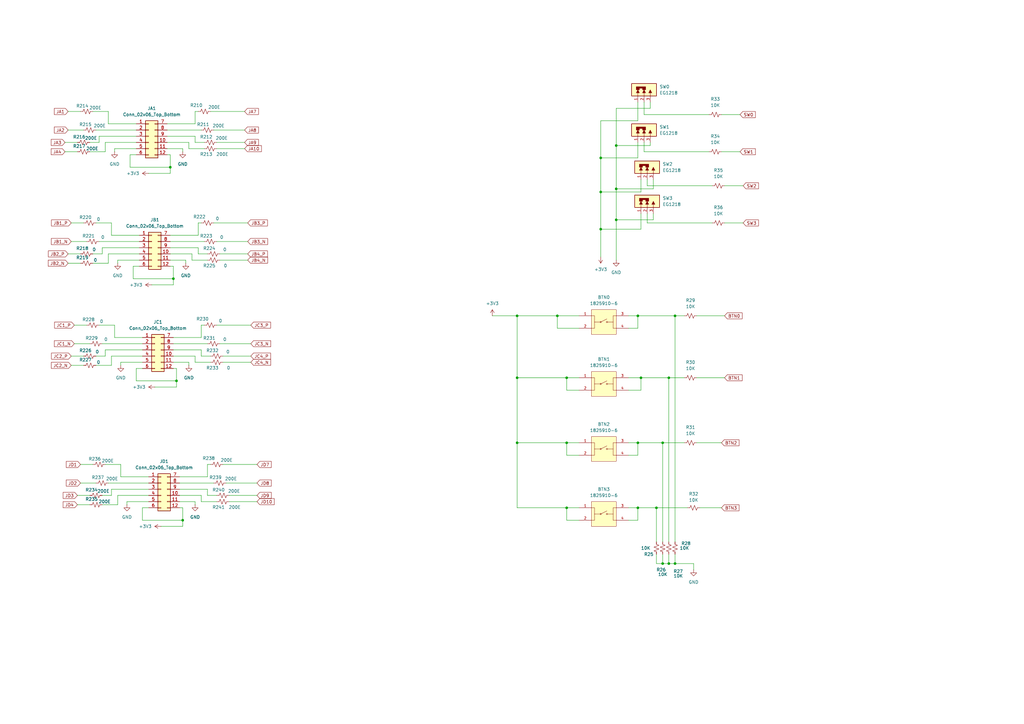
<source format=kicad_sch>
(kicad_sch (version 20250114) (generator "eeschema") (generator_version "9.0")
  (paper "A3")
  (lib_symbols
    (symbol "BTN-PUSH BUTTON:1825910-6" (pin_names (offset 1.016))
      (property "Reference" "SW" (at -5.0897 5.8532 0))
      (property "Value" "1825910-6" (at -5.0883 -7.6325 0))
      (symbol "1825910-6_0_0"
        (polyline (pts (xy -5.08 2.54) (xy -3.81 2.54)) (stroke (width 0.127)))
        (rectangle (start -5.08 -5.08) (end 5.08 5.08) (stroke (width 0.127)) (fill (type background)))
        (polyline (pts (xy -3.81 2.54) (xy -3.81 0)) (stroke (width 0.127)))
        (polyline (pts (xy -3.81 0) (xy -3.81 -2.54)) (stroke (width 0.127)))
        (polyline (pts (xy -3.81 0) (xy -1.27 0)) (stroke (width 0.127)))
        (polyline (pts (xy -3.81 -2.54) (xy -5.08 -2.54)) (stroke (width 0.127)))
        (circle (center -1.27 0) (radius 0.254) (stroke (width 0.127)))
        (polyline (pts (xy -1.27 0) (xy 1.27 1.27)) (stroke (width 0.127)))
        (polyline (pts (xy 1.27 0) (xy 3.81 0)) (stroke (width 0.127)))
        (circle (center 1.27 0) (radius 0.254) (stroke (width 0.127)))
        (polyline (pts (xy 3.81 2.54) (xy 5.08 2.54)) (stroke (width 0.127)))
        (polyline (pts (xy 3.81 0) (xy 3.81 2.54)) (stroke (width 0.127)))
        (polyline (pts (xy 3.81 0) (xy 3.81 -2.54)) (stroke (width 0.127)))
        (polyline (pts (xy 3.81 -2.54) (xy 5.08 -2.54)) (stroke (width 0.127)))
        (pin passive line (at -10.16 2.54 0) (length 5.08) (name "~") (number "1"))
        (pin passive line (at -10.16 -2.54 0) (length 5.08) (name "~") (number "2"))
        (pin passive line (at 10.16 2.54 180) (length 5.08) (name "~") (number "3"))
        (pin passive line (at 10.16 -2.54 180) (length 5.08) (name "~") (number "4"))
      )
    )
    (symbol "Connector_Generic:Conn_02x06_Top_Bottom" (pin_names (offset 1.016) (hide yes))
      (property "Reference" "J" (at 1.27 7.62 0))
      (property "Value" "Conn_02x06_Top_Bottom" (at 1.27 -10.16 0))
      (symbol "Conn_02x06_Top_Bottom_1_1"
        (rectangle (start -1.27 6.35) (end 3.81 -8.89) (stroke (width 0.254)) (fill (type background)))
        (rectangle (start -1.27 5.207) (end 0 4.953) (stroke (width 0.1524)))
        (rectangle (start -1.27 2.667) (end 0 2.413) (stroke (width 0.1524)))
        (rectangle (start -1.27 0.127) (end 0 -0.127) (stroke (width 0.1524)))
        (rectangle (start -1.27 -2.413) (end 0 -2.667) (stroke (width 0.1524)))
        (rectangle (start -1.27 -4.953) (end 0 -5.207) (stroke (width 0.1524)))
        (rectangle (start -1.27 -7.493) (end 0 -7.747) (stroke (width 0.1524)))
        (rectangle (start 3.81 5.207) (end 2.54 4.953) (stroke (width 0.1524)))
        (rectangle (start 3.81 2.667) (end 2.54 2.413) (stroke (width 0.1524)))
        (rectangle (start 3.81 0.127) (end 2.54 -0.127) (stroke (width 0.1524)))
        (rectangle (start 3.81 -2.413) (end 2.54 -2.667) (stroke (width 0.1524)))
        (rectangle (start 3.81 -4.953) (end 2.54 -5.207) (stroke (width 0.1524)))
        (rectangle (start 3.81 -7.493) (end 2.54 -7.747) (stroke (width 0.1524)))
        (pin passive line (at -5.08 5.08 0) (length 3.81) (name "Pin_1") (number "1"))
        (pin passive line (at -5.08 2.54 0) (length 3.81) (name "Pin_2") (number "2"))
        (pin passive line (at -5.08 0 0) (length 3.81) (name "Pin_3") (number "3"))
        (pin passive line (at -5.08 -2.54 0) (length 3.81) (name "Pin_4") (number "4"))
        (pin passive line (at -5.08 -5.08 0) (length 3.81) (name "Pin_5") (number "5"))
        (pin passive line (at -5.08 -7.62 0) (length 3.81) (name "Pin_6") (number "6"))
        (pin passive line (at 7.62 5.08 180) (length 3.81) (name "Pin_7") (number "7"))
        (pin passive line (at 7.62 2.54 180) (length 3.81) (name "Pin_8") (number "8"))
        (pin passive line (at 7.62 0 180) (length 3.81) (name "Pin_9") (number "9"))
        (pin passive line (at 7.62 -2.54 180) (length 3.81) (name "Pin_10") (number "10"))
        (pin passive line (at 7.62 -5.08 180) (length 3.81) (name "Pin_11") (number "11"))
        (pin passive line (at 7.62 -7.62 180) (length 3.81) (name "Pin_12") (number "12"))
      )
    )
    (symbol "Device:R_Small_US" (pin_numbers (hide yes)) (pin_names (offset 0.254) (hide yes))
      (property "Reference" "R" (at 0.762 0.508 0))
      (property "Value" "R_Small_US" (at 0.762 -1.016 0))
      (symbol "R_Small_US_1_1"
        (polyline (pts (xy 0 1.524) (xy 1.016 1.143) (xy 0 0.762) (xy -1.016 0.381) (xy 0 0)))
        (polyline (pts (xy 0 0) (xy 1.016 -0.381) (xy 0 -0.762) (xy -1.016 -1.143) (xy 0 -1.524)))
        (pin passive line (at 0 2.54 270) (length 1.016) (name "~") (number "1"))
        (pin passive line (at 0 -2.54 90) (length 1.016) (name "~") (number "2"))
      )
    )
    (symbol "EG1218_1" (pin_names (offset 1.016))
      (property "Reference" "S" (at -5.08 5.842 0))
      (property "Value" "EG1218" (at -5.08 -7.62 0))
      (symbol "EG1218_1_0_0"
        (polyline (pts (xy -2.54 2.54) (xy -1.27 2.54)) (stroke (width 0.1524)))
        (polyline (pts (xy -2.54 0) (xy -1.27 0)) (stroke (width 0.1524)))
        (polyline (pts (xy -2.54 -2.54) (xy -1.27 -2.54)) (stroke (width 0.1524)))
        (rectangle (start -2.54 -5.08) (end 2.54 5.08) (stroke (width 0.254)) (fill (type background)))
        (polyline (pts (xy -1.27 3.175) (xy -1.27 1.905) (xy 0 2.54) (xy -1.27 3.175)) (stroke (width 0.1524)) (fill (type outline)))
        (polyline (pts (xy -1.27 0.635) (xy -1.27 -0.635) (xy 0 0) (xy -1.27 0.635)) (stroke (width 0.1524)) (fill (type outline)))
        (polyline (pts (xy -1.27 -1.905) (xy -1.27 -3.175) (xy 0 -2.54) (xy -1.27 -1.905)) (stroke (width 0.1524)) (fill (type outline)))
        (polyline (pts (xy 0 1.905) (xy 0 3.175) (xy 1.27 3.175) (xy 1.27 -0.635) (xy 0 -0.635) (xy 0 0.635) (xy 0.635 0.635) (xy 0.635 1.905) (xy 0 1.905)) (stroke (width 0.1524)) (fill (type outline)))
        (pin passive line (at -5.08 2.54 0) (length 2.54) (name "~") (number "1"))
        (pin passive line (at -5.08 0 0) (length 2.54) (name "~") (number "2"))
        (pin passive line (at -5.08 -2.54 0) (length 2.54) (name "~") (number "3"))
      )
    )
    (symbol "power:+3V3" (power) (pin_numbers (hide yes)) (pin_names (offset 0) (hide yes))
      (property "Value" "+3V3" (at 0 3.556 0))
      (symbol "+3V3_0_1"
        (polyline (pts (xy -0.762 1.27) (xy 0 2.54)))
        (polyline (pts (xy 0 2.54) (xy 0.762 1.27)))
        (polyline (pts (xy 0 0) (xy 0 2.54)))
      )
      (symbol "+3V3_1_1"
        (pin power_in line (at 0 0 90) (length 0) (name "~") (number "1"))
      )
    )
    (symbol "power:GND" (power) (pin_numbers (hide yes)) (pin_names (offset 0) (hide yes))
      (property "Value" "GND" (at 0 -3.81 0))
      (symbol "GND_0_1"
        (polyline (pts (xy 0 0) (xy 0 -1.27) (xy 1.27 -1.27) (xy 0 -2.54) (xy -1.27 -1.27) (xy 0 -1.27)))
      )
      (symbol "GND_1_1"
        (pin power_in line (at 0 0 270) (length 0) (name "~") (number "1"))
      )
    )
  )
  (junction (at 262.89 154.94))
  (junction (at 274.32 154.94))
  (junction (at 276.86 231.14))
  (junction (at 269.24 208.28))
  (junction (at 246.38 78.74))
  (junction (at 71.12 114.3))
  (junction (at 72.39 156.21))
  (junction (at 212.09 181.61))
  (junction (at 274.32 231.14))
  (junction (at 246.38 93.98))
  (junction (at 252.73 59.69))
  (junction (at 261.62 208.28))
  (junction (at 252.73 90.17))
  (junction (at 271.78 181.61))
  (junction (at 232.41 181.61))
  (junction (at 271.78 231.14))
  (junction (at 232.41 154.94))
  (junction (at 261.62 181.61))
  (junction (at 212.09 154.94))
  (junction (at 246.38 64.77))
  (junction (at 276.86 129.54))
  (junction (at 69.85 68.58))
  (junction (at 212.09 129.54))
  (junction (at 74.93 213.36))
  (junction (at 252.73 77.47))
  (junction (at 228.6 129.54))
  (junction (at 261.62 129.54))
  (junction (at 232.41 208.28))
  (wire (pts (xy 68.58 58.42) (xy 77.47 58.42)))
  (wire (pts (xy 46.99 138.43) (xy 46.99 133.35)))
  (wire (pts (xy 85.09 190.5) (xy 85.09 195.58)))
  (wire (pts (xy 232.41 154.94) (xy 237.49 154.94)))
  (wire (pts (xy 212.09 181.61) (xy 212.09 208.28)))
  (wire (pts (xy 246.38 78.74) (xy 246.38 93.98)))
  (wire (pts (xy 212.09 129.54) (xy 228.6 129.54)))
  (wire (pts (xy 58.42 138.43) (xy 46.99 138.43)))
  (wire (pts (xy 88.9 99.06) (xy 101.6 99.06)))
  (wire (pts (xy 285.75 129.54) (xy 297.18 129.54)))
  (wire (pts (xy 68.58 63.5) (xy 69.85 63.5)))
  (wire (pts (xy 71.12 151.13) (xy 72.39 151.13)))
  (wire (pts (xy 262.89 73.66) (xy 262.89 78.74)))
  (wire (pts (xy 43.18 58.42) (xy 43.18 62.23)))
  (wire (pts (xy 212.09 154.94) (xy 212.09 181.61)))
  (wire (pts (xy 80.01 45.72) (xy 81.28 45.72)))
  (wire (pts (xy 246.38 49.53) (xy 246.38 64.77)))
  (wire (pts (xy 261.62 208.28) (xy 269.24 208.28)))
  (wire (pts (xy 269.24 231.14) (xy 271.78 231.14)))
  (wire (pts (xy 49.53 195.58) (xy 49.53 190.5)))
  (wire (pts (xy 91.44 148.59) (xy 102.87 148.59)))
  (wire (pts (xy 57.15 104.14) (xy 44.45 104.14)))
  (wire (pts (xy 81.28 101.6) (xy 81.28 104.14)))
  (wire (pts (xy 271.78 227.33) (xy 271.78 231.14)))
  (wire (pts (xy 265.43 76.2) (xy 292.1 76.2)))
  (wire (pts (xy 212.09 154.94) (xy 212.09 129.54)))
  (wire (pts (xy 30.48 140.97) (xy 36.83 140.97)))
  (wire (pts (xy 69.85 106.68) (xy 76.2 106.68)))
  (wire (pts (xy 57.15 106.68) (xy 48.26 106.68)))
  (wire (pts (xy 29.21 146.05) (xy 34.29 146.05)))
  (wire (pts (xy 33.02 198.12) (xy 39.37 198.12)))
  (wire (pts (xy 43.18 190.5) (xy 49.53 190.5)))
  (wire (pts (xy 29.21 91.44) (xy 34.29 91.44)))
  (wire (pts (xy 46.99 60.96) (xy 46.99 62.23)))
  (wire (pts (xy 63.5 158.75) (xy 72.39 158.75)))
  (wire (pts (xy 232.41 181.61) (xy 237.49 181.61)))
  (wire (pts (xy 262.89 154.94) (xy 274.32 154.94)))
  (wire (pts (xy 74.93 213.36) (xy 74.93 215.9)))
  (wire (pts (xy 60.96 203.2) (xy 48.26 203.2)))
  (wire (pts (xy 274.32 227.33) (xy 274.32 231.14)))
  (wire (pts (xy 69.85 104.14) (xy 78.74 104.14)))
  (wire (pts (xy 267.97 87.63) (xy 267.97 90.17)))
  (wire (pts (xy 55.88 156.21) (xy 72.39 156.21)))
  (wire (pts (xy 246.38 49.53) (xy 261.62 49.53)))
  (wire (pts (xy 41.91 101.6) (xy 41.91 104.14)))
  (wire (pts (xy 237.49 186.69) (xy 232.41 186.69)))
  (wire (pts (xy 262.89 154.94) (xy 262.89 160.02)))
  (wire (pts (xy 257.81 129.54) (xy 261.62 129.54)))
  (wire (pts (xy 44.45 198.12) (xy 60.96 198.12)))
  (wire (pts (xy 80.01 205.74) (xy 80.01 207.01)))
  (wire (pts (xy 237.49 134.62) (xy 228.6 134.62)))
  (wire (pts (xy 40.64 99.06) (xy 57.15 99.06)))
  (wire (pts (xy 45.72 200.66) (xy 45.72 203.2)))
  (wire (pts (xy 71.12 140.97) (xy 85.09 140.97)))
  (wire (pts (xy 58.42 208.28) (xy 58.42 213.36)))
  (wire (pts (xy 252.73 59.69) (xy 266.7 59.69)))
  (wire (pts (xy 246.38 78.74) (xy 262.89 78.74)))
  (wire (pts (xy 71.12 109.22) (xy 71.12 114.3)))
  (wire (pts (xy 91.44 190.5) (xy 105.41 190.5)))
  (wire (pts (xy 295.91 46.99) (xy 303.53 46.99)))
  (wire (pts (xy 271.78 181.61) (xy 280.67 181.61)))
  (wire (pts (xy 69.85 101.6) (xy 81.28 101.6)))
  (wire (pts (xy 284.48 231.14) (xy 284.48 233.68)))
  (wire (pts (xy 33.02 190.5) (xy 38.1 190.5)))
  (wire (pts (xy 44.45 50.8) (xy 44.45 45.72)))
  (wire (pts (xy 297.18 91.44) (xy 304.8 91.44)))
  (wire (pts (xy 39.37 53.34) (xy 55.88 53.34)))
  (wire (pts (xy 246.38 64.77) (xy 246.38 78.74)))
  (wire (pts (xy 201.93 129.54) (xy 212.09 129.54)))
  (wire (pts (xy 38.1 107.95) (xy 44.45 107.95)))
  (wire (pts (xy 53.34 63.5) (xy 53.34 68.58)))
  (wire (pts (xy 246.38 64.77) (xy 261.62 64.77)))
  (wire (pts (xy 274.32 231.14) (xy 276.86 231.14)))
  (wire (pts (xy 261.62 181.61) (xy 271.78 181.61)))
  (wire (pts (xy 74.93 60.96) (xy 74.93 62.23)))
  (wire (pts (xy 266.7 41.91) (xy 266.7 44.45)))
  (wire (pts (xy 265.43 91.44) (xy 292.1 91.44)))
  (wire (pts (xy 87.63 53.34) (xy 100.33 53.34)))
  (wire (pts (xy 80.01 146.05) (xy 80.01 148.59)))
  (wire (pts (xy 81.28 91.44) (xy 82.55 91.44)))
  (wire (pts (xy 90.17 140.97) (xy 102.87 140.97)))
  (wire (pts (xy 86.36 45.72) (xy 100.33 45.72)))
  (wire (pts (xy 257.81 134.62) (xy 261.62 134.62)))
  (wire (pts (xy 232.41 208.28) (xy 237.49 208.28)))
  (wire (pts (xy 88.9 58.42) (xy 100.33 58.42)))
  (wire (pts (xy 55.88 151.13) (xy 55.88 156.21)))
  (wire (pts (xy 41.91 140.97) (xy 58.42 140.97)))
  (wire (pts (xy 68.58 53.34) (xy 82.55 53.34)))
  (wire (pts (xy 55.88 50.8) (xy 44.45 50.8)))
  (wire (pts (xy 261.62 208.28) (xy 261.62 213.36)))
  (wire (pts (xy 285.75 181.61) (xy 295.91 181.61)))
  (wire (pts (xy 276.86 129.54) (xy 280.67 129.54)))
  (wire (pts (xy 269.24 222.25) (xy 269.24 208.28)))
  (wire (pts (xy 81.28 104.14) (xy 85.09 104.14)))
  (wire (pts (xy 85.09 203.2) (xy 88.9 203.2)))
  (wire (pts (xy 60.96 71.12) (xy 69.85 71.12)))
  (wire (pts (xy 39.37 149.86) (xy 45.72 149.86)))
  (wire (pts (xy 71.12 143.51) (xy 82.55 143.51)))
  (wire (pts (xy 53.34 68.58) (xy 69.85 68.58)))
  (wire (pts (xy 257.81 181.61) (xy 261.62 181.61)))
  (wire (pts (xy 237.49 160.02) (xy 232.41 160.02)))
  (wire (pts (xy 232.41 181.61) (xy 232.41 186.69)))
  (wire (pts (xy 38.1 104.14) (xy 41.91 104.14)))
  (wire (pts (xy 69.85 63.5) (xy 69.85 68.58)))
  (wire (pts (xy 82.55 133.35) (xy 83.82 133.35)))
  (wire (pts (xy 252.73 77.47) (xy 252.73 90.17)))
  (wire (pts (xy 237.49 213.36) (xy 232.41 213.36)))
  (wire (pts (xy 93.98 205.74) (xy 105.41 205.74)))
  (wire (pts (xy 82.55 143.51) (xy 82.55 146.05)))
  (wire (pts (xy 68.58 55.88) (xy 80.01 55.88)))
  (wire (pts (xy 55.88 63.5) (xy 53.34 63.5)))
  (wire (pts (xy 49.53 148.59) (xy 49.53 149.86)))
  (wire (pts (xy 39.37 91.44) (xy 45.72 91.44)))
  (wire (pts (xy 36.83 62.23) (xy 43.18 62.23)))
  (wire (pts (xy 88.9 60.96) (xy 100.33 60.96)))
  (wire (pts (xy 261.62 58.42) (xy 261.62 64.77)))
  (wire (pts (xy 265.43 73.66) (xy 265.43 76.2)))
  (wire (pts (xy 77.47 148.59) (xy 77.47 149.86)))
  (wire (pts (xy 43.18 143.51) (xy 43.18 146.05)))
  (wire (pts (xy 39.37 146.05) (xy 43.18 146.05)))
  (wire (pts (xy 44.45 104.14) (xy 44.45 107.95)))
  (wire (pts (xy 77.47 60.96) (xy 83.82 60.96)))
  (wire (pts (xy 267.97 90.17) (xy 252.73 90.17)))
  (wire (pts (xy 29.21 99.06) (xy 35.56 99.06)))
  (wire (pts (xy 274.32 154.94) (xy 280.67 154.94)))
  (wire (pts (xy 72.39 156.21) (xy 72.39 158.75)))
  (wire (pts (xy 85.09 190.5) (xy 86.36 190.5)))
  (wire (pts (xy 69.85 109.22) (xy 71.12 109.22)))
  (wire (pts (xy 261.62 129.54) (xy 261.62 134.62)))
  (wire (pts (xy 257.81 160.02) (xy 262.89 160.02)))
  (wire (pts (xy 73.66 198.12) (xy 87.63 198.12)))
  (wire (pts (xy 85.09 200.66) (xy 85.09 203.2)))
  (wire (pts (xy 54.61 109.22) (xy 54.61 114.3)))
  (wire (pts (xy 228.6 129.54) (xy 237.49 129.54)))
  (wire (pts (xy 48.26 106.68) (xy 48.26 107.95)))
  (wire (pts (xy 267.97 73.66) (xy 267.97 77.47)))
  (wire (pts (xy 54.61 114.3) (xy 71.12 114.3)))
  (wire (pts (xy 261.62 41.91) (xy 261.62 49.53)))
  (wire (pts (xy 76.2 106.68) (xy 76.2 107.95)))
  (wire (pts (xy 71.12 148.59) (xy 77.47 148.59)))
  (wire (pts (xy 257.81 208.28) (xy 261.62 208.28)))
  (wire (pts (xy 262.89 87.63) (xy 262.89 93.98)))
  (wire (pts (xy 93.98 203.2) (xy 105.41 203.2)))
  (wire (pts (xy 58.42 148.59) (xy 49.53 148.59)))
  (wire (pts (xy 48.26 203.2) (xy 48.26 207.01)))
  (wire (pts (xy 27.94 107.95) (xy 33.02 107.95)))
  (wire (pts (xy 71.12 146.05) (xy 80.01 146.05)))
  (wire (pts (xy 45.72 146.05) (xy 45.72 149.86)))
  (wire (pts (xy 41.91 203.2) (xy 45.72 203.2)))
  (wire (pts (xy 285.75 154.94) (xy 297.18 154.94)))
  (wire (pts (xy 69.85 99.06) (xy 83.82 99.06)))
  (wire (pts (xy 27.94 104.14) (xy 33.02 104.14)))
  (wire (pts (xy 80.01 58.42) (xy 83.82 58.42)))
  (wire (pts (xy 72.39 151.13) (xy 72.39 156.21)))
  (wire (pts (xy 90.17 104.14) (xy 101.6 104.14)))
  (wire (pts (xy 27.94 45.72) (xy 33.02 45.72)))
  (wire (pts (xy 266.7 58.42) (xy 266.7 59.69)))
  (wire (pts (xy 212.09 208.28) (xy 232.41 208.28)))
  (wire (pts (xy 82.55 146.05) (xy 86.36 146.05)))
  (wire (pts (xy 297.18 76.2) (xy 304.8 76.2)))
  (wire (pts (xy 228.6 134.62) (xy 228.6 129.54)))
  (wire (pts (xy 257.81 213.36) (xy 261.62 213.36)))
  (wire (pts (xy 40.64 55.88) (xy 40.64 58.42)))
  (wire (pts (xy 81.28 96.52) (xy 69.85 96.52)))
  (wire (pts (xy 40.64 133.35) (xy 46.99 133.35)))
  (wire (pts (xy 68.58 60.96) (xy 74.93 60.96)))
  (wire (pts (xy 57.15 101.6) (xy 41.91 101.6)))
  (wire (pts (xy 38.1 45.72) (xy 44.45 45.72)))
  (wire (pts (xy 77.47 58.42) (xy 77.47 60.96)))
  (wire (pts (xy 78.74 104.14) (xy 78.74 106.68)))
  (wire (pts (xy 264.16 58.42) (xy 264.16 62.23)))
  (wire (pts (xy 27.94 53.34) (xy 34.29 53.34)))
  (wire (pts (xy 58.42 213.36) (xy 74.93 213.36)))
  (wire (pts (xy 36.83 58.42) (xy 40.64 58.42)))
  (wire (pts (xy 78.74 106.68) (xy 85.09 106.68)))
  (wire (pts (xy 276.86 222.25) (xy 276.86 129.54)))
  (wire (pts (xy 41.91 207.01) (xy 48.26 207.01)))
  (wire (pts (xy 60.96 205.74) (xy 52.07 205.74)))
  (wire (pts (xy 66.04 215.9) (xy 74.93 215.9)))
  (wire (pts (xy 71.12 114.3) (xy 71.12 116.84)))
  (wire (pts (xy 31.75 207.01) (xy 36.83 207.01)))
  (wire (pts (xy 252.73 59.69) (xy 252.73 77.47)))
  (wire (pts (xy 276.86 231.14) (xy 284.48 231.14)))
  (wire (pts (xy 212.09 181.61) (xy 232.41 181.61)))
  (wire (pts (xy 212.09 154.94) (xy 232.41 154.94)))
  (wire (pts (xy 55.88 55.88) (xy 40.64 55.88)))
  (wire (pts (xy 29.21 149.86) (xy 34.29 149.86)))
  (wire (pts (xy 45.72 96.52) (xy 45.72 91.44)))
  (wire (pts (xy 276.86 227.33) (xy 276.86 231.14)))
  (wire (pts (xy 73.66 208.28) (xy 74.93 208.28)))
  (wire (pts (xy 295.91 62.23) (xy 303.53 62.23)))
  (wire (pts (xy 80.01 55.88) (xy 80.01 58.42)))
  (wire (pts (xy 81.28 91.44) (xy 81.28 96.52)))
  (wire (pts (xy 55.88 60.96) (xy 46.99 60.96)))
  (wire (pts (xy 26.67 62.23) (xy 31.75 62.23)))
  (wire (pts (xy 264.16 41.91) (xy 264.16 46.99)))
  (wire (pts (xy 246.38 93.98) (xy 262.89 93.98)))
  (wire (pts (xy 271.78 231.14) (xy 274.32 231.14)))
  (wire (pts (xy 246.38 93.98) (xy 246.38 105.41)))
  (wire (pts (xy 88.9 133.35) (xy 102.87 133.35)))
  (wire (pts (xy 58.42 151.13) (xy 55.88 151.13)))
  (wire (pts (xy 80.01 50.8) (xy 68.58 50.8)))
  (wire (pts (xy 26.67 58.42) (xy 31.75 58.42)))
  (wire (pts (xy 80.01 148.59) (xy 86.36 148.59)))
  (wire (pts (xy 82.55 138.43) (xy 71.12 138.43)))
  (wire (pts (xy 252.73 90.17) (xy 252.73 106.68)))
  (wire (pts (xy 82.55 205.74) (xy 88.9 205.74)))
  (wire (pts (xy 55.88 58.42) (xy 43.18 58.42)))
  (wire (pts (xy 87.63 91.44) (xy 101.6 91.44)))
  (wire (pts (xy 73.66 203.2) (xy 82.55 203.2)))
  (wire (pts (xy 60.96 208.28) (xy 58.42 208.28)))
  (wire (pts (xy 82.55 133.35) (xy 82.55 138.43)))
  (wire (pts (xy 92.71 198.12) (xy 105.41 198.12)))
  (wire (pts (xy 52.07 205.74) (xy 52.07 207.01)))
  (wire (pts (xy 252.73 44.45) (xy 252.73 59.69)))
  (wire (pts (xy 232.41 160.02) (xy 232.41 154.94)))
  (wire (pts (xy 31.75 203.2) (xy 36.83 203.2)))
  (wire (pts (xy 269.24 227.33) (xy 269.24 231.14)))
  (wire (pts (xy 60.96 200.66) (xy 45.72 200.66)))
  (wire (pts (xy 62.23 116.84) (xy 71.12 116.84)))
  (wire (pts (xy 80.01 45.72) (xy 80.01 50.8)))
  (wire (pts (xy 58.42 146.05) (xy 45.72 146.05)))
  (wire (pts (xy 30.48 133.35) (xy 35.56 133.35)))
  (wire (pts (xy 74.93 208.28) (xy 74.93 213.36)))
  (wire (pts (xy 58.42 143.51) (xy 43.18 143.51)))
  (wire (pts (xy 261.62 129.54) (xy 276.86 129.54)))
  (wire (pts (xy 57.15 96.52) (xy 45.72 96.52)))
  (wire (pts (xy 60.96 195.58) (xy 49.53 195.58)))
  (wire (pts (xy 73.66 200.66) (xy 85.09 200.66)))
  (wire (pts (xy 91.44 146.05) (xy 102.87 146.05)))
  (wire (pts (xy 267.97 77.47) (xy 252.73 77.47)))
  (wire (pts (xy 264.16 46.99) (xy 290.83 46.99)))
  (wire (pts (xy 274.32 222.25) (xy 274.32 154.94)))
  (wire (pts (xy 57.15 109.22) (xy 54.61 109.22)))
  (wire (pts (xy 252.73 44.45) (xy 266.7 44.45)))
  (wire (pts (xy 271.78 222.25) (xy 271.78 181.61)))
  (wire (pts (xy 257.81 186.69) (xy 261.62 186.69)))
  (wire (pts (xy 73.66 205.74) (xy 80.01 205.74)))
  (wire (pts (xy 69.85 68.58) (xy 69.85 71.12)))
  (wire (pts (xy 269.24 208.28) (xy 281.94 208.28)))
  (wire (pts (xy 257.81 154.94) (xy 262.89 154.94)))
  (wire (pts (xy 287.02 208.28) (xy 295.91 208.28)))
  (wire (pts (xy 85.09 195.58) (xy 73.66 195.58)))
  (wire (pts (xy 264.16 62.23) (xy 290.83 62.23)))
  (wire (pts (xy 232.41 208.28) (xy 232.41 213.36)))
  (wire (pts (xy 82.55 203.2) (xy 82.55 205.74)))
  (wire (pts (xy 90.17 106.68) (xy 101.6 106.68)))
  (wire (pts (xy 261.62 181.61) (xy 261.62 186.69)))
  (wire (pts (xy 265.43 87.63) (xy 265.43 91.44)))
  (global_label "JC1_P" (shape input) (at 30.48 133.35 180) (property "Intersheetrefs" "${INTERSHEET_REFS}" (effects (hide yes))))
  (global_label "BTN2" (shape input) (at 295.91 181.61 0) (property "Intersheetrefs" "${INTERSHEET_REFS}" (effects (hide yes))))
  (global_label "JA10" (shape input) (at 100.33 60.96 0) (property "Intersheetrefs" "${INTERSHEET_REFS}" (effects (hide yes))))
  (global_label "BTN3" (shape input) (at 295.91 208.28 0) (property "Intersheetrefs" "${INTERSHEET_REFS}" (effects (hide yes))))
  (global_label "SW3" (shape input) (at 304.8 91.44 0) (property "Intersheetrefs" "${INTERSHEET_REFS}" (effects (hide yes))))
  (global_label "JB1_P" (shape input) (at 29.21 91.44 180) (property "Intersheetrefs" "${INTERSHEET_REFS}" (effects (hide yes))))
  (global_label "JC1_N" (shape input) (at 30.48 140.97 180) (property "Intersheetrefs" "${INTERSHEET_REFS}" (effects (hide yes))))
  (global_label "JA1" (shape input) (at 27.94 45.72 180) (property "Intersheetrefs" "${INTERSHEET_REFS}" (effects (hide yes))))
  (global_label "JB2_N" (shape input) (at 27.94 107.95 180) (property "Intersheetrefs" "${INTERSHEET_REFS}" (effects (hide yes))))
  (global_label "JD2" (shape input) (at 33.02 198.12 180) (property "Intersheetrefs" "${INTERSHEET_REFS}" (effects (hide yes))))
  (global_label "JD3" (shape input) (at 31.75 203.2 180) (property "Intersheetrefs" "${INTERSHEET_REFS}" (effects (hide yes))))
  (global_label "JC3_P" (shape input) (at 102.87 133.35 0) (property "Intersheetrefs" "${INTERSHEET_REFS}" (effects (hide yes))))
  (global_label "JD7" (shape input) (at 105.41 190.5 0) (property "Intersheetrefs" "${INTERSHEET_REFS}" (effects (hide yes))))
  (global_label "JC4_P" (shape input) (at 102.87 146.05 0) (property "Intersheetrefs" "${INTERSHEET_REFS}" (effects (hide yes))))
  (global_label "JB4_P" (shape input) (at 101.6 104.14 0) (property "Intersheetrefs" "${INTERSHEET_REFS}" (effects (hide yes))))
  (global_label "JD1" (shape input) (at 33.02 190.5 180) (property "Intersheetrefs" "${INTERSHEET_REFS}" (effects (hide yes))))
  (global_label "JD9" (shape input) (at 105.41 203.2 0) (property "Intersheetrefs" "${INTERSHEET_REFS}" (effects (hide yes))))
  (global_label "JB3_P" (shape input) (at 101.6 91.44 0) (property "Intersheetrefs" "${INTERSHEET_REFS}" (effects (hide yes))))
  (global_label "JD10" (shape input) (at 105.41 205.74 0) (property "Intersheetrefs" "${INTERSHEET_REFS}" (effects (hide yes))))
  (global_label "JB3_N" (shape input) (at 101.6 99.06 0) (property "Intersheetrefs" "${INTERSHEET_REFS}" (effects (hide yes))))
  (global_label "JA3" (shape input) (at 26.67 58.42 180) (property "Intersheetrefs" "${INTERSHEET_REFS}" (effects (hide yes))))
  (global_label "BTN1" (shape input) (at 297.18 154.94 0) (property "Intersheetrefs" "${INTERSHEET_REFS}" (effects (hide yes))))
  (global_label "JC2_N" (shape input) (at 29.21 149.86 180) (property "Intersheetrefs" "${INTERSHEET_REFS}" (effects (hide yes))))
  (global_label "BTN0" (shape input) (at 297.18 129.54 0) (property "Intersheetrefs" "${INTERSHEET_REFS}" (effects (hide yes))))
  (global_label "JD8" (shape input) (at 105.41 198.12 0) (property "Intersheetrefs" "${INTERSHEET_REFS}" (effects (hide yes))))
  (global_label "JA9" (shape input) (at 100.33 58.42 0) (property "Intersheetrefs" "${INTERSHEET_REFS}" (effects (hide yes))))
  (global_label "JD4" (shape input) (at 31.75 207.01 180) (property "Intersheetrefs" "${INTERSHEET_REFS}" (effects (hide yes))))
  (global_label "JB1_N" (shape input) (at 29.21 99.06 180) (property "Intersheetrefs" "${INTERSHEET_REFS}" (effects (hide yes))))
  (global_label "JC2_P" (shape input) (at 29.21 146.05 180) (property "Intersheetrefs" "${INTERSHEET_REFS}" (effects (hide yes))))
  (global_label "SW2" (shape input) (at 304.8 76.2 0) (property "Intersheetrefs" "${INTERSHEET_REFS}" (effects (hide yes))))
  (global_label "JB2_P" (shape input) (at 27.94 104.14 180) (property "Intersheetrefs" "${INTERSHEET_REFS}" (effects (hide yes))))
  (global_label "JA2" (shape input) (at 27.94 53.34 180) (property "Intersheetrefs" "${INTERSHEET_REFS}" (effects (hide yes))))
  (global_label "JC4_N" (shape input) (at 102.87 148.59 0) (property "Intersheetrefs" "${INTERSHEET_REFS}" (effects (hide yes))))
  (global_label "JA8" (shape input) (at 100.33 53.34 0) (property "Intersheetrefs" "${INTERSHEET_REFS}" (effects (hide yes))))
  (global_label "JA4" (shape input) (at 26.67 62.23 180) (property "Intersheetrefs" "${INTERSHEET_REFS}" (effects (hide yes))))
  (global_label "JB4_N" (shape input) (at 101.6 106.68 0) (property "Intersheetrefs" "${INTERSHEET_REFS}" (effects (hide yes))))
  (global_label "SW0" (shape input) (at 303.53 46.99 0) (property "Intersheetrefs" "${INTERSHEET_REFS}" (effects (hide yes))))
  (global_label "JC3_N" (shape input) (at 102.87 140.97 0) (property "Intersheetrefs" "${INTERSHEET_REFS}" (effects (hide yes))))
  (global_label "JA7" (shape input) (at 100.33 45.72 0) (property "Intersheetrefs" "${INTERSHEET_REFS}" (effects (hide yes))))
  (global_label "SW1" (shape input) (at 303.53 62.23 0) (property "Intersheetrefs" "${INTERSHEET_REFS}" (effects (hide yes))))
  (symbol (lib_id "Device:R_Small_US") (at 35.56 107.95 90) (unit 1)
    (property "Reference" "R219" (at 33.782 105.664 90))
    (property "Value" "0" (at 39.116 106.68 90))
    (property "Footprint" "Resistor_SMD:R_0402_1005Metric" (effects (hide yes)))
    (property "Description" "Resistor, small US symbol" (effects (hide yes)))
  )
  (symbol (lib_id "power:GND") (at 76.2 107.95 0) (unit 1)
    (property "Reference" "#PWR0167" (effects (hide yes)))
    (property "Value" "GND" (at 76.2 113.03 0))
    (property "Description" "Power symbol creates a global label with name \"GND\" , ground" (effects (hide yes)))
  )
  (symbol (lib_id "Connector_Generic:Conn_02x06_Top_Bottom") (at 66.04 200.66 0) (unit 1)
    (property "Reference" "JD1" (at 67.31 189.23 0))
    (property "Value" "Conn_02x06_Top_Bottom" (at 67.31 191.77 0))
    (property "Footprint" "Connector_PinSocket_2.54mm:PinSocket_2x06_P2.54mm_Horizontal" (effects (hide yes)))
    (property "Description" "Generic connector, double row, 02x06, top/bottom pin numbering scheme (row 1: 1...pins_per_row, row2: pins_per_row+1 ... num_pins), script generated (kicad-library-utils/schlib/autogen/connector/)" (effects (hide yes)))
  )
  (symbol (lib_id "Device:R_Small_US") (at 294.64 91.44 90) (unit 1)
    (property "Reference" "R36" (at 294.64 85.09 90))
    (property "Value" "10K" (at 294.64 87.63 90))
    (property "Footprint" "Resistor_SMD:R_0805_2012Metric" (effects (hide yes)))
  )
  (symbol (lib_id "Device:R_Small_US") (at 86.36 60.96 90) (unit 1)
    (property "Reference" "R213" (at 84.582 63.246 90))
    (property "Value" "200E" (at 91.186 63.246 90))
    (property "Footprint" "Resistor_SMD:R_0402_1005Metric" (effects (hide yes)))
    (property "Description" "Resistor, small US symbol" (effects (hide yes)))
  )
  (symbol (lib_id "power:GND") (at 48.26 107.95 0) (unit 1)
    (property "Reference" "#PWR0165" (effects (hide yes)))
    (property "Value" "GND" (at 48.26 113.03 0))
    (property "Description" "Power symbol creates a global label with name \"GND\" , ground" (effects (hide yes)))
  )
  (symbol (lib_name "EG1218_1") (lib_id "EG1218:EG1218") (at 264.16 36.83 90) (unit 1)
    (property "Reference" "SW0" (at 270.51 35.5599 90) (effects (justify right)))
    (property "Value" "EG1218" (at 270.51 38.0999 90) (effects (justify right)))
    (property "Footprint" "EG1218:SW_EG1218" (effects (hide yes)))
    (property "MF" "E-Switch" (effects (hide yes)))
    (property "DESCRIPTION" "Slide Switch SPDT Through Hole" (effects (hide yes)))
    (property "PACKAGE" "None" (effects (hide yes)))
    (property "PRICE" "None" (effects (hide yes)))
    (property "Package" "None" (effects (hide yes)))
    (property "Check_prices" "https://www.snapeda.com/parts/EG1218/E-Switch/view-part/?ref=eda" (effects (hide yes)))
    (property "Price" "None" (effects (hide yes)))
    (property "SnapEDA_Link" "https://www.snapeda.com/parts/EG1218/E-Switch/view-part/?ref=snap" (effects (hide yes)))
    (property "MP" "EG1218" (effects (hide yes)))
    (property "Description_1" "Slide Switch, EG Series, SPDT, Non-Shorting, ON-ON, 200mA DC, 30VDC, PC Pin | E-Switch EG1218" (effects (hide yes)))
    (property "Availability" "In Stock" (effects (hide yes)))
    (property "AVAILABILITY" "In Stock" (effects (hide yes)))
    (property "PURCHASE-URL" "https://pricing.snapeda.com/search/part/EG1218/?ref=eda" (effects (hide yes)))
  )
  (symbol (lib_id "Device:R_Small_US") (at 36.83 53.34 90) (unit 1)
    (property "Reference" "R215" (at 35.052 51.054 90))
    (property "Value" "200E" (at 40.894 51.562 90))
    (property "Footprint" "Resistor_SMD:R_0402_1005Metric" (effects (hide yes)))
    (property "Description" "Resistor, small US symbol" (effects (hide yes)))
  )
  (symbol (lib_id "Device:R_Small_US") (at 276.86 224.79 180) (unit 1)
    (property "Reference" "R28" (at 279.4 222.885 0) (effects (justify right)))
    (property "Value" "10K" (at 278.765 224.79 0) (effects (justify right)))
    (property "Footprint" "Resistor_SMD:R_0805_2012Metric" (effects (hide yes)))
  )
  (symbol (lib_id "Device:R_Small_US") (at 269.24 224.79 180) (unit 1)
    (property "Reference" "R25" (at 264.16 227.33 0) (effects (justify right)))
    (property "Value" "10K" (at 262.89 224.79 0) (effects (justify right)))
    (property "Footprint" "Resistor_SMD:R_0805_2012Metric" (effects (hide yes)))
  )
  (symbol (lib_id "Device:R_Small_US") (at 86.36 58.42 90) (unit 1)
    (property "Reference" "R212" (at 84.582 56.134 90))
    (property "Value" "200E" (at 90.932 56.642 90))
    (property "Footprint" "Resistor_SMD:R_0402_1005Metric" (effects (hide yes)))
    (property "Description" "Resistor, small US symbol" (effects (hide yes)))
  )
  (symbol (lib_id "BTN-PUSH BUTTON:1825910-6") (at 247.65 184.15 0) (unit 1)
    (property "Reference" "BTN2" (at 247.65 173.99 0))
    (property "Value" "1825910-6" (at 247.65 176.53 0))
    (property "Footprint" "BTN-PUSH:SW_1825910-6-4" (effects (hide yes)))
    (property "Comment" "1825910-6" (effects (hide yes)))
    (property "MF" "TE Connectivity" (effects (hide yes)))
    (property "Description_1" "Switch Push Button OFF (ON) SPST Round Button 0.05A 24VDC Momentary Contact PC Pins Thru-Hole" (effects (hide yes)))
    (property "Package" "None" (effects (hide yes)))
    (property "Price" "None" (effects (hide yes)))
    (property "Check_prices" "https://www.snapeda.com/parts/1825910-6/TE+Connectivity+ALCOSWITCH+Switches/view-part/?ref=eda" (effects (hide yes)))
    (property "STANDARD" "Manufacturer Recommendations" (effects (hide yes)))
    (property "PARTREV" "C10" (effects (hide yes)))
    (property "SnapEDA_Link" "https://www.snapeda.com/parts/1825910-6/TE+Connectivity+ALCOSWITCH+Switches/view-part/?ref=snap" (effects (hide yes)))
    (property "MP" "1825910-6" (effects (hide yes)))
    (property "Availability" "In Stock" (effects (hide yes)))
    (property "MANUFACTURER" "TE CONNECTIVITY" (effects (hide yes)))
  )
  (symbol (lib_name "EG1218_1") (lib_id "EG1218:EG1218") (at 265.43 68.58 90) (unit 1)
    (property "Reference" "SW2" (at 271.78 67.3099 90) (effects (justify right)))
    (property "Value" "EG1218" (at 271.78 69.8499 90) (effects (justify right)))
    (property "Footprint" "EG1218:SW_EG1218" (effects (hide yes)))
    (property "MF" "E-Switch" (effects (hide yes)))
    (property "DESCRIPTION" "Slide Switch SPDT Through Hole" (effects (hide yes)))
    (property "PACKAGE" "None" (effects (hide yes)))
    (property "PRICE" "None" (effects (hide yes)))
    (property "Package" "None" (effects (hide yes)))
    (property "Check_prices" "https://www.snapeda.com/parts/EG1218/E-Switch/view-part/?ref=eda" (effects (hide yes)))
    (property "Price" "None" (effects (hide yes)))
    (property "SnapEDA_Link" "https://www.snapeda.com/parts/EG1218/E-Switch/view-part/?ref=snap" (effects (hide yes)))
    (property "MP" "EG1218" (effects (hide yes)))
    (property "Description_1" "Slide Switch, EG Series, SPDT, Non-Shorting, ON-ON, 200mA DC, 30VDC, PC Pin | E-Switch EG1218" (effects (hide yes)))
    (property "Availability" "In Stock" (effects (hide yes)))
    (property "AVAILABILITY" "In Stock" (effects (hide yes)))
    (property "PURCHASE-URL" "https://pricing.snapeda.com/search/part/EG1218/?ref=eda" (effects (hide yes)))
  )
  (symbol (lib_id "power:GND") (at 252.73 106.68 0) (unit 1)
    (property "Reference" "#PWR0140" (effects (hide yes)))
    (property "Value" "GND" (at 252.73 111.76 0))
    (property "Description" "Power symbol creates a global label with name \"GND\" , ground" (effects (hide yes)))
  )
  (symbol (lib_id "Device:R_Small_US") (at 39.37 207.01 90) (unit 1)
    (property "Reference" "R235" (at 37.592 204.724 90))
    (property "Value" "200E" (at 42.926 205.74 90))
    (property "Footprint" "Resistor_SMD:R_0402_1005Metric" (effects (hide yes)))
    (property "Description" "Resistor, small US symbol" (effects (hide yes)))
  )
  (symbol (lib_id "Device:R_Small_US") (at 86.36 99.06 90) (unit 1)
    (property "Reference" "R223" (at 84.582 96.774 90))
    (property "Value" "0" (at 90.932 97.282 90))
    (property "Footprint" "Resistor_SMD:R_0402_1005Metric" (effects (hide yes)))
    (property "Description" "Resistor, small US symbol" (effects (hide yes)))
  )
  (symbol (lib_id "Device:R_Small_US") (at 293.37 62.23 90) (unit 1)
    (property "Reference" "R34" (at 293.37 55.88 90))
    (property "Value" "10K" (at 293.37 58.42 90))
    (property "Footprint" "Resistor_SMD:R_0805_2012Metric" (effects (hide yes)))
  )
  (symbol (lib_id "Device:R_Small_US") (at 85.09 91.44 90) (unit 1)
    (property "Reference" "R222" (at 81.788 88.9 90))
    (property "Value" "0" (at 89.154 89.662 90))
    (property "Footprint" "Resistor_SMD:R_0402_1005Metric" (effects (hide yes)))
    (property "Description" "Resistor, small US symbol" (effects (hide yes)))
  )
  (symbol (lib_id "Device:R_Small_US") (at 86.36 133.35 90) (unit 1)
    (property "Reference" "R230" (at 83.058 130.81 90))
    (property "Value" "0" (at 90.424 131.572 90))
    (property "Footprint" "Resistor_SMD:R_0402_1005Metric" (effects (hide yes)))
    (property "Description" "Resistor, small US symbol" (effects (hide yes)))
  )
  (symbol (lib_id "power:+3V3") (at 66.04 215.9 90) (unit 1)
    (property "Reference" "#PWR0172" (effects (hide yes)))
    (property "Value" "+3V3" (at 62.23 215.8999 90) (effects (justify left)))
    (property "Description" "Power symbol creates a global label with name \"+3V3\"" (effects (hide yes)))
  )
  (symbol (lib_id "power:GND") (at 284.48 233.68 0) (unit 1)
    (property "Reference" "#PWR0138" (effects (hide yes)))
    (property "Value" "GND" (at 284.48 238.76 0))
    (property "Description" "Power symbol creates a global label with name \"GND\" , ground" (effects (hide yes)))
  )
  (symbol (lib_id "Device:R_Small_US") (at 88.9 148.59 90) (unit 1)
    (property "Reference" "R233" (at 87.122 150.876 90))
    (property "Value" "0" (at 93.726 150.876 90))
    (property "Footprint" "Resistor_SMD:R_0402_1005Metric" (effects (hide yes)))
    (property "Description" "Resistor, small US symbol" (effects (hide yes)))
  )
  (symbol (lib_id "Device:R_Small_US") (at 293.37 46.99 90) (unit 1)
    (property "Reference" "R33" (at 293.37 40.64 90))
    (property "Value" "10K" (at 293.37 43.18 90))
    (property "Footprint" "Resistor_SMD:R_0805_2012Metric" (effects (hide yes)))
  )
  (symbol (lib_id "Device:R_Small_US") (at 36.83 149.86 90) (unit 1)
    (property "Reference" "R227" (at 35.052 147.574 90))
    (property "Value" "0" (at 40.386 148.59 90))
    (property "Footprint" "Resistor_SMD:R_0402_1005Metric" (effects (hide yes)))
    (property "Description" "Resistor, small US symbol" (effects (hide yes)))
  )
  (symbol (lib_id "BTN-PUSH BUTTON:1825910-6") (at 247.65 132.08 0) (unit 1)
    (property "Reference" "BTN0" (at 247.65 121.92 0))
    (property "Value" "1825910-6" (at 247.65 124.46 0))
    (property "Footprint" "BTN-PUSH:SW_1825910-6-4" (effects (hide yes)))
    (property "Comment" "1825910-6" (effects (hide yes)))
    (property "MF" "TE Connectivity" (effects (hide yes)))
    (property "Description_1" "Switch Push Button OFF (ON) SPST Round Button 0.05A 24VDC Momentary Contact PC Pins Thru-Hole" (effects (hide yes)))
    (property "Package" "None" (effects (hide yes)))
    (property "Price" "None" (effects (hide yes)))
    (property "Check_prices" "https://www.snapeda.com/parts/1825910-6/TE+Connectivity+ALCOSWITCH+Switches/view-part/?ref=eda" (effects (hide yes)))
    (property "STANDARD" "Manufacturer Recommendations" (effects (hide yes)))
    (property "PARTREV" "C10" (effects (hide yes)))
    (property "SnapEDA_Link" "https://www.snapeda.com/parts/1825910-6/TE+Connectivity+ALCOSWITCH+Switches/view-part/?ref=snap" (effects (hide yes)))
    (property "MP" "1825910-6" (effects (hide yes)))
    (property "Availability" "In Stock" (effects (hide yes)))
    (property "MANUFACTURER" "TE CONNECTIVITY" (effects (hide yes)))
  )
  (symbol (lib_id "power:GND") (at 80.01 207.01 0) (unit 1)
    (property "Reference" "#PWR0173" (effects (hide yes)))
    (property "Value" "GND" (at 80.01 212.09 0))
    (property "Description" "Power symbol creates a global label with name \"GND\" , ground" (effects (hide yes)))
  )
  (symbol (lib_id "Device:R_Small_US") (at 88.9 146.05 90) (unit 1)
    (property "Reference" "R232" (at 87.122 143.764 90))
    (property "Value" "0" (at 93.472 144.272 90))
    (property "Footprint" "Resistor_SMD:R_0402_1005Metric" (effects (hide yes)))
    (property "Description" "Resistor, small US symbol" (effects (hide yes)))
  )
  (symbol (lib_id "Device:R_Small_US") (at 294.64 76.2 90) (unit 1)
    (property "Reference" "R35" (at 294.64 69.85 90))
    (property "Value" "10K" (at 294.64 72.39 90))
    (property "Footprint" "Resistor_SMD:R_0805_2012Metric" (effects (hide yes)))
  )
  (symbol (lib_id "power:GND") (at 46.99 62.23 0) (unit 1)
    (property "Reference" "#PWR0162" (effects (hide yes)))
    (property "Value" "GND" (at 46.99 67.31 0))
    (property "Description" "Power symbol creates a global label with name \"GND\" , ground" (effects (hide yes)))
  )
  (symbol (lib_id "Device:R_Small_US") (at 91.44 205.74 90) (unit 1)
    (property "Reference" "R241" (at 89.662 208.026 90))
    (property "Value" "200E" (at 96.266 208.026 90))
    (property "Footprint" "Resistor_SMD:R_0402_1005Metric" (effects (hide yes)))
    (property "Description" "Resistor, small US symbol" (effects (hide yes)))
  )
  (symbol (lib_id "Device:R_Small_US") (at 38.1 133.35 90) (unit 1)
    (property "Reference" "R228" (at 36.322 131.064 90))
    (property "Value" "0" (at 41.656 131.826 90))
    (property "Footprint" "Resistor_SMD:R_0402_1005Metric" (effects (hide yes)))
    (property "Description" "Resistor, small US symbol" (effects (hide yes)))
  )
  (symbol (lib_id "power:GND") (at 74.93 62.23 0) (unit 1)
    (property "Reference" "#PWR0163" (effects (hide yes)))
    (property "Value" "GND" (at 74.93 67.31 0))
    (property "Description" "Power symbol creates a global label with name \"GND\" , ground" (effects (hide yes)))
  )
  (symbol (lib_id "Device:R_Small_US") (at 85.09 53.34 90) (unit 1)
    (property "Reference" "R211" (at 83.312 51.054 90))
    (property "Value" "200E" (at 89.662 51.562 90))
    (property "Footprint" "Resistor_SMD:R_0402_1005Metric" (effects (hide yes)))
    (property "Description" "Resistor, small US symbol" (effects (hide yes)))
  )
  (symbol (lib_name "EG1218_1") (lib_id "EG1218:EG1218") (at 265.43 82.55 90) (unit 1)
    (property "Reference" "SW3" (at 271.78 81.2799 90) (effects (justify right)))
    (property "Value" "EG1218" (at 271.78 83.8199 90) (effects (justify right)))
    (property "Footprint" "EG1218:SW_EG1218" (effects (hide yes)))
    (property "MF" "E-Switch" (effects (hide yes)))
    (property "DESCRIPTION" "Slide Switch SPDT Through Hole" (effects (hide yes)))
    (property "PACKAGE" "None" (effects (hide yes)))
    (property "PRICE" "None" (effects (hide yes)))
    (property "Package" "None" (effects (hide yes)))
    (property "Check_prices" "https://www.snapeda.com/parts/EG1218/E-Switch/view-part/?ref=eda" (effects (hide yes)))
    (property "Price" "None" (effects (hide yes)))
    (property "SnapEDA_Link" "https://www.snapeda.com/parts/EG1218/E-Switch/view-part/?ref=snap" (effects (hide yes)))
    (property "MP" "EG1218" (effects (hide yes)))
    (property "Description_1" "Slide Switch, EG Series, SPDT, Non-Shorting, ON-ON, 200mA DC, 30VDC, PC Pin | E-Switch EG1218" (effects (hide yes)))
    (property "Availability" "In Stock" (effects (hide yes)))
    (property "AVAILABILITY" "In Stock" (effects (hide yes)))
    (property "PURCHASE-URL" "https://pricing.snapeda.com/search/part/EG1218/?ref=eda" (effects (hide yes)))
  )
  (symbol (lib_id "Device:R_Small_US") (at 38.1 99.06 90) (unit 1)
    (property "Reference" "R221" (at 36.322 96.774 90))
    (property "Value" "0" (at 42.164 97.282 90))
    (property "Footprint" "Resistor_SMD:R_0402_1005Metric" (effects (hide yes)))
    (property "Description" "Resistor, small US symbol" (effects (hide yes)))
  )
  (symbol (lib_id "Device:R_Small_US") (at 40.64 190.5 90) (unit 1)
    (property "Reference" "R236" (at 38.862 188.214 90))
    (property "Value" "200E" (at 44.196 188.976 90))
    (property "Footprint" "Resistor_SMD:R_0402_1005Metric" (effects (hide yes)))
    (property "Description" "Resistor, small US symbol" (effects (hide yes)))
  )
  (symbol (lib_id "Device:R_Small_US") (at 87.63 140.97 90) (unit 1)
    (property "Reference" "R231" (at 85.852 138.684 90))
    (property "Value" "0" (at 92.202 139.192 90))
    (property "Footprint" "Resistor_SMD:R_0402_1005Metric" (effects (hide yes)))
    (property "Description" "Resistor, small US symbol" (effects (hide yes)))
  )
  (symbol (lib_id "Device:R_Small_US") (at 87.63 104.14 90) (unit 1)
    (property "Reference" "R224" (at 85.852 101.854 90))
    (property "Value" "0" (at 92.202 102.362 90))
    (property "Footprint" "Resistor_SMD:R_0402_1005Metric" (effects (hide yes)))
    (property "Description" "Resistor, small US symbol" (effects (hide yes)))
  )
  (symbol (lib_id "Device:R_Small_US") (at 35.56 104.14 90) (unit 1)
    (property "Reference" "R218" (at 33.782 101.854 90))
    (property "Value" "0" (at 38.608 102.362 90))
    (property "Footprint" "Resistor_SMD:R_0402_1005Metric" (effects (hide yes)))
    (property "Description" "Resistor, small US symbol" (effects (hide yes)))
  )
  (symbol (lib_id "Device:R_Small_US") (at 83.82 45.72 90) (unit 1)
    (property "Reference" "R210" (at 80.518 43.18 90))
    (property "Value" "200E" (at 87.884 43.942 90))
    (property "Footprint" "Resistor_SMD:R_0402_1005Metric" (effects (hide yes)))
    (property "Description" "Resistor, small US symbol" (effects (hide yes)))
  )
  (symbol (lib_id "power:GND") (at 49.53 149.86 0) (unit 1)
    (property "Reference" "#PWR0168" (effects (hide yes)))
    (property "Value" "GND" (at 49.53 154.94 0))
    (property "Description" "Power symbol creates a global label with name \"GND\" , ground" (effects (hide yes)))
  )
  (symbol (lib_id "BTN-PUSH BUTTON:1825910-6") (at 247.65 210.82 0) (unit 1)
    (property "Reference" "BTN3" (at 247.65 200.66 0))
    (property "Value" "1825910-6" (at 247.65 203.2 0))
    (property "Footprint" "BTN-PUSH:SW_1825910-6-4" (effects (hide yes)))
    (property "Comment" "1825910-6" (effects (hide yes)))
    (property "MF" "TE Connectivity" (effects (hide yes)))
    (property "Description_1" "Switch Push Button OFF (ON) SPST Round Button 0.05A 24VDC Momentary Contact PC Pins Thru-Hole" (effects (hide yes)))
    (property "Package" "None" (effects (hide yes)))
    (property "Price" "None" (effects (hide yes)))
    (property "Check_prices" "https://www.snapeda.com/parts/1825910-6/TE+Connectivity+ALCOSWITCH+Switches/view-part/?ref=eda" (effects (hide yes)))
    (property "STANDARD" "Manufacturer Recommendations" (effects (hide yes)))
    (property "PARTREV" "C10" (effects (hide yes)))
    (property "SnapEDA_Link" "https://www.snapeda.com/parts/1825910-6/TE+Connectivity+ALCOSWITCH+Switches/view-part/?ref=snap" (effects (hide yes)))
    (property "MP" "1825910-6" (effects (hide yes)))
    (property "Availability" "In Stock" (effects (hide yes)))
    (property "MANUFACTURER" "TE CONNECTIVITY" (effects (hide yes)))
  )
  (symbol (lib_id "power:GND") (at 52.07 207.01 0) (unit 1)
    (property "Reference" "#PWR0171" (effects (hide yes)))
    (property "Value" "GND" (at 52.07 212.09 0))
    (property "Description" "Power symbol creates a global label with name \"GND\" , ground" (effects (hide yes)))
  )
  (symbol (lib_id "Connector_Generic:Conn_02x06_Top_Bottom") (at 60.96 55.88 0) (unit 1)
    (property "Reference" "JA1" (at 62.23 44.45 0))
    (property "Value" "Conn_02x06_Top_Bottom" (at 62.23 46.99 0))
    (property "Footprint" "Connector_PinSocket_2.54mm:PinSocket_2x06_P2.54mm_Horizontal" (effects (hide yes)))
    (property "Description" "Generic connector, double row, 02x06, top/bottom pin numbering scheme (row 1: 1...pins_per_row, row2: pins_per_row+1 ... num_pins), script generated (kicad-library-utils/schlib/autogen/connector/)" (effects (hide yes)))
  )
  (symbol (lib_id "Connector_Generic:Conn_02x06_Top_Bottom") (at 62.23 101.6 0) (unit 1)
    (property "Reference" "JB1" (at 63.5 90.17 0))
    (property "Value" "Conn_02x06_Top_Bottom" (at 63.5 92.71 0))
    (property "Footprint" "Connector_PinSocket_2.54mm:PinSocket_2x06_P2.54mm_Horizontal" (effects (hide yes)))
    (property "Description" "Generic connector, double row, 02x06, top/bottom pin numbering scheme (row 1: 1...pins_per_row, row2: pins_per_row+1 ... num_pins), script generated (kicad-library-utils/schlib/autogen/connector/)" (effects (hide yes)))
  )
  (symbol (lib_name "EG1218_1") (lib_id "EG1218:EG1218") (at 264.16 53.34 90) (unit 1)
    (property "Reference" "SW1" (at 270.51 52.0699 90) (effects (justify right)))
    (property "Value" "EG1218" (at 270.51 54.6099 90) (effects (justify right)))
    (property "Footprint" "EG1218:SW_EG1218" (effects (hide yes)))
    (property "MF" "E-Switch" (effects (hide yes)))
    (property "DESCRIPTION" "Slide Switch SPDT Through Hole" (effects (hide yes)))
    (property "PACKAGE" "None" (effects (hide yes)))
    (property "PRICE" "None" (effects (hide yes)))
    (property "Package" "None" (effects (hide yes)))
    (property "Check_prices" "https://www.snapeda.com/parts/EG1218/E-Switch/view-part/?ref=eda" (effects (hide yes)))
    (property "Price" "None" (effects (hide yes)))
    (property "SnapEDA_Link" "https://www.snapeda.com/parts/EG1218/E-Switch/view-part/?ref=snap" (effects (hide yes)))
    (property "MP" "EG1218" (effects (hide yes)))
    (property "Description_1" "Slide Switch, EG Series, SPDT, Non-Shorting, ON-ON, 200mA DC, 30VDC, PC Pin | E-Switch EG1218" (effects (hide yes)))
    (property "Availability" "In Stock" (effects (hide yes)))
    (property "AVAILABILITY" "In Stock" (effects (hide yes)))
    (property "PURCHASE-URL" "https://pricing.snapeda.com/search/part/EG1218/?ref=eda" (effects (hide yes)))
  )
  (symbol (lib_id "Device:R_Small_US") (at 91.44 203.2 90) (unit 1)
    (property "Reference" "R240" (at 89.662 200.914 90))
    (property "Value" "200E" (at 96.012 201.422 90))
    (property "Footprint" "Resistor_SMD:R_0402_1005Metric" (effects (hide yes)))
    (property "Description" "Resistor, small US symbol" (effects (hide yes)))
  )
  (symbol (lib_id "Device:R_Small_US") (at 90.17 198.12 90) (unit 1)
    (property "Reference" "R239" (at 88.392 195.834 90))
    (property "Value" "200E" (at 94.742 196.342 90))
    (property "Footprint" "Resistor_SMD:R_0402_1005Metric" (effects (hide yes)))
    (property "Description" "Resistor, small US symbol" (effects (hide yes)))
  )
  (symbol (lib_id "Device:R_Small_US") (at 88.9 190.5 90) (unit 1)
    (property "Reference" "R238" (at 85.598 187.96 90))
    (property "Value" "200E" (at 92.964 188.722 90))
    (property "Footprint" "Resistor_SMD:R_0402_1005Metric" (effects (hide yes)))
    (property "Description" "Resistor, small US symbol" (effects (hide yes)))
  )
  (symbol (lib_id "power:+3V3") (at 246.38 105.41 180) (unit 1)
    (property "Reference" "#PWR0139" (effects (hide yes)))
    (property "Value" "+3V3" (at 246.38 110.49 0))
    (property "Description" "Power symbol creates a global label with name \"+3V3\"" (effects (hide yes)))
  )
  (symbol (lib_id "Device:R_Small_US") (at 283.21 181.61 90) (unit 1)
    (property "Reference" "R31" (at 283.21 175.26 90))
    (property "Value" "10K" (at 283.21 177.8 90))
    (property "Footprint" "Resistor_SMD:R_0805_2012Metric" (effects (hide yes)))
  )
  (symbol (lib_id "Connector_Generic:Conn_02x06_Top_Bottom") (at 63.5 143.51 0) (unit 1)
    (property "Reference" "JC1" (at 64.77 132.08 0))
    (property "Value" "Conn_02x06_Top_Bottom" (at 64.77 134.62 0))
    (property "Footprint" "Connector_PinSocket_2.54mm:PinSocket_2x06_P2.54mm_Horizontal" (effects (hide yes)))
    (property "Description" "Generic connector, double row, 02x06, top/bottom pin numbering scheme (row 1: 1...pins_per_row, row2: pins_per_row+1 ... num_pins), script generated (kicad-library-utils/schlib/autogen/connector/)" (effects (hide yes)))
  )
  (symbol (lib_id "Device:R_Small_US") (at 39.37 140.97 90) (unit 1)
    (property "Reference" "R229" (at 37.592 138.684 90))
    (property "Value" "0" (at 43.434 139.192 90))
    (property "Footprint" "Resistor_SMD:R_0402_1005Metric" (effects (hide yes)))
    (property "Description" "Resistor, small US symbol" (effects (hide yes)))
  )
  (symbol (lib_id "Device:R_Small_US") (at 284.48 208.28 90) (unit 1)
    (property "Reference" "R32" (at 284.48 202.565 90))
    (property "Value" "10K" (at 284.48 205.105 90))
    (property "Footprint" "Resistor_SMD:R_0805_2012Metric" (effects (hide yes)))
  )
  (symbol (lib_id "Device:R_Small_US") (at 35.56 45.72 90) (unit 1)
    (property "Reference" "R214" (at 33.782 43.434 90))
    (property "Value" "200E" (at 39.116 44.196 90))
    (property "Footprint" "Resistor_SMD:R_0402_1005Metric" (effects (hide yes)))
    (property "Description" "Resistor, small US symbol" (effects (hide yes)))
  )
  (symbol (lib_id "Device:R_Small_US") (at 34.29 62.23 90) (unit 1)
    (property "Reference" "R217" (at 32.512 59.944 90))
    (property "Value" "200E" (at 37.846 60.96 90))
    (property "Footprint" "Resistor_SMD:R_0402_1005Metric" (effects (hide yes)))
    (property "Description" "Resistor, small US symbol" (effects (hide yes)))
  )
  (symbol (lib_id "Device:R_Small_US") (at 41.91 198.12 90) (unit 1)
    (property "Reference" "R237" (at 40.132 195.834 90))
    (property "Value" "200E" (at 45.974 196.342 90))
    (property "Footprint" "Resistor_SMD:R_0402_1005Metric" (effects (hide yes)))
    (property "Description" "Resistor, small US symbol" (effects (hide yes)))
  )
  (symbol (lib_id "power:+3V3") (at 63.5 158.75 90) (unit 1)
    (property "Reference" "#PWR0169" (effects (hide yes)))
    (property "Value" "+3V3" (at 59.69 158.7499 90) (effects (justify left)))
    (property "Description" "Power symbol creates a global label with name \"+3V3\"" (effects (hide yes)))
  )
  (symbol (lib_id "Device:R_Small_US") (at 36.83 146.05 90) (unit 1)
    (property "Reference" "R226" (at 35.052 143.764 90))
    (property "Value" "0" (at 39.878 144.272 90))
    (property "Footprint" "Resistor_SMD:R_0402_1005Metric" (effects (hide yes)))
    (property "Description" "Resistor, small US symbol" (effects (hide yes)))
  )
  (symbol (lib_id "BTN-PUSH BUTTON:1825910-6") (at 247.65 157.48 0) (unit 1)
    (property "Reference" "BTN1" (at 247.65 147.32 0))
    (property "Value" "1825910-6" (at 247.65 149.86 0))
    (property "Footprint" "BTN-PUSH:SW_1825910-6-4" (effects (hide yes)))
    (property "Comment" "1825910-6" (effects (hide yes)))
    (property "MF" "TE Connectivity" (effects (hide yes)))
    (property "Description_1" "Switch Push Button OFF (ON) SPST Round Button 0.05A 24VDC Momentary Contact PC Pins Thru-Hole" (effects (hide yes)))
    (property "Package" "None" (effects (hide yes)))
    (property "Price" "None" (effects (hide yes)))
    (property "Check_prices" "https://www.snapeda.com/parts/1825910-6/TE+Connectivity+ALCOSWITCH+Switches/view-part/?ref=eda" (effects (hide yes)))
    (property "STANDARD" "Manufacturer Recommendations" (effects (hide yes)))
    (property "PARTREV" "C10" (effects (hide yes)))
    (property "SnapEDA_Link" "https://www.snapeda.com/parts/1825910-6/TE+Connectivity+ALCOSWITCH+Switches/view-part/?ref=snap" (effects (hide yes)))
    (property "MP" "1825910-6" (effects (hide yes)))
    (property "Availability" "In Stock" (effects (hide yes)))
    (property "MANUFACTURER" "TE CONNECTIVITY" (effects (hide yes)))
  )
  (symbol (lib_id "power:+3V3") (at 62.23 116.84 90) (unit 1)
    (property "Reference" "#PWR0166" (effects (hide yes)))
    (property "Value" "+3V3" (at 58.42 116.8399 90) (effects (justify left)))
    (property "Description" "Power symbol creates a global label with name \"+3V3\"" (effects (hide yes)))
  )
  (symbol (lib_id "Device:R_Small_US") (at 36.83 91.44 90) (unit 1)
    (property "Reference" "R220" (at 35.052 89.154 90))
    (property "Value" "0" (at 40.386 89.916 90))
    (property "Footprint" "Resistor_SMD:R_0402_1005Metric" (effects (hide yes)))
    (property "Description" "Resistor, small US symbol" (effects (hide yes)))
  )
  (symbol (lib_id "power:GND") (at 77.47 149.86 0) (unit 1)
    (property "Reference" "#PWR0170" (effects (hide yes)))
    (property "Value" "GND" (at 77.47 154.94 0))
    (property "Description" "Power symbol creates a global label with name \"GND\" , ground" (effects (hide yes)))
  )
  (symbol (lib_id "Device:R_Small_US") (at 274.32 224.79 180) (unit 1)
    (property "Reference" "R27" (at 276.225 234.315 0) (effects (justify right)))
    (property "Value" "10K" (at 276.225 236.22 0) (effects (justify right)))
    (property "Footprint" "Resistor_SMD:R_0805_2012Metric" (effects (hide yes)))
  )
  (symbol (lib_id "Device:R_Small_US") (at 39.37 203.2 90) (unit 1)
    (property "Reference" "R234" (at 37.592 200.914 90))
    (property "Value" "200E" (at 42.418 201.422 90))
    (property "Footprint" "Resistor_SMD:R_0402_1005Metric" (effects (hide yes)))
    (property "Description" "Resistor, small US symbol" (effects (hide yes)))
  )
  (symbol (lib_id "Device:R_Small_US") (at 283.21 129.54 90) (unit 1)
    (property "Reference" "R29" (at 283.21 123.19 90))
    (property "Value" "10K" (at 283.21 125.73 90))
    (property "Footprint" "Resistor_SMD:R_0805_2012Metric" (effects (hide yes)))
  )
  (symbol (lib_id "Device:R_Small_US") (at 283.21 154.94 90) (unit 1)
    (property "Reference" "R30" (at 283.21 148.59 90))
    (property "Value" "10K" (at 283.21 151.13 90))
    (property "Footprint" "Resistor_SMD:R_0805_2012Metric" (effects (hide yes)))
  )
  (symbol (lib_id "power:+3V3") (at 60.96 71.12 90) (unit 1)
    (property "Reference" "#PWR0164" (effects (hide yes)))
    (property "Value" "+3V3" (at 57.15 71.1199 90) (effects (justify left)))
    (property "Description" "Power symbol creates a global label with name \"+3V3\"" (effects (hide yes)))
  )
  (symbol (lib_id "power:+3V3") (at 201.93 129.54 0) (unit 1)
    (property "Reference" "#PWR06" (effects (hide yes)))
    (property "Value" "+3V3" (at 201.93 124.46 0))
    (property "Description" "Power symbol creates a global label with name \"+3V3\"" (effects (hide yes)))
  )
  (symbol (lib_id "Device:R_Small_US") (at 34.29 58.42 90) (unit 1)
    (property "Reference" "R216" (at 32.512 56.134 90))
    (property "Value" "200E" (at 37.338 56.642 90))
    (property "Footprint" "Resistor_SMD:R_0402_1005Metric" (effects (hide yes)))
    (property "Description" "Resistor, small US symbol" (effects (hide yes)))
  )
  (symbol (lib_id "Device:R_Small_US") (at 87.63 106.68 90) (unit 1)
    (property "Reference" "R225" (at 85.852 108.966 90))
    (property "Value" "0" (at 92.456 108.966 90))
    (property "Footprint" "Resistor_SMD:R_0402_1005Metric" (effects (hide yes)))
    (property "Description" "Resistor, small US symbol" (effects (hide yes)))
  )
  (symbol (lib_id "Device:R_Small_US") (at 271.78 224.79 180) (unit 1)
    (property "Reference" "R26" (at 269.24 233.68 0) (effects (justify right)))
    (property "Value" "10K" (at 269.875 235.585 0) (effects (justify right)))
    (property "Footprint" "Resistor_SMD:R_0805_2012Metric" (effects (hide yes)))
  )
)
</source>
